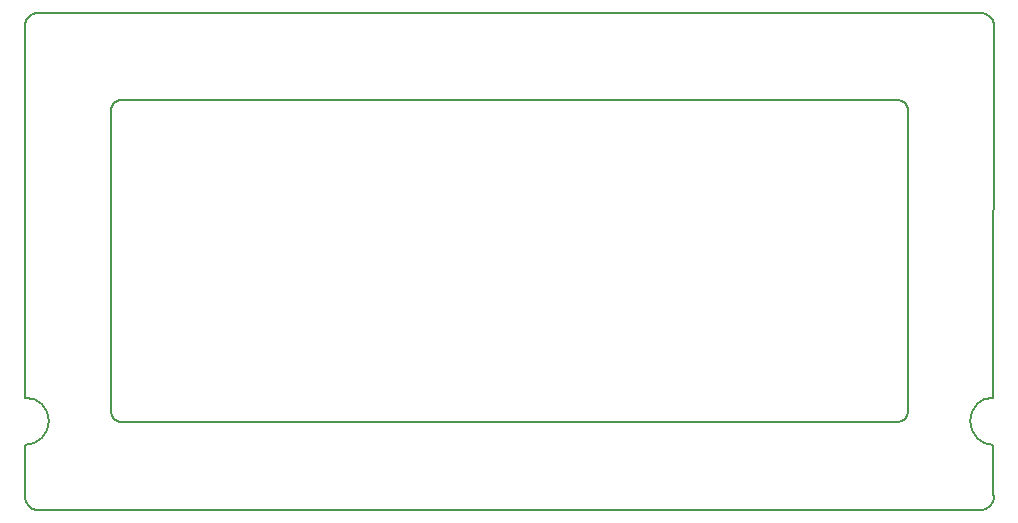
<source format=gbr>
G04 #@! TF.GenerationSoftware,KiCad,Pcbnew,5.0.2-bee76a0~70~ubuntu18.04.1*
G04 #@! TF.CreationDate,2020-04-30T09:21:28+02:00*
G04 #@! TF.ProjectId,OpenFrame,4f70656e-4672-4616-9d65-2e6b69636164,rev?*
G04 #@! TF.SameCoordinates,Original*
G04 #@! TF.FileFunction,Profile,NP*
%FSLAX46Y46*%
G04 Gerber Fmt 4.6, Leading zero omitted, Abs format (unit mm)*
G04 Created by KiCad (PCBNEW 5.0.2-bee76a0~70~ubuntu18.04.1) date Do 30 Apr 2020 09:21:28 CEST*
%MOMM*%
%LPD*%
G01*
G04 APERTURE LIST*
%ADD10C,0.150000*%
G04 APERTURE END LIST*
D10*
X65040396Y-87448080D02*
X64651599Y-87369680D01*
X65040562Y-87448080D02*
X65040396Y-87448080D01*
X64041996Y-84692600D02*
X64041996Y-83315950D01*
X64041996Y-86069270D02*
X64041996Y-84692600D01*
X145953219Y-86838460D02*
X145739139Y-87155790D01*
X71793204Y-52827790D02*
X72104595Y-52764890D01*
X64120497Y-46025610D02*
X64334581Y-45708270D01*
X64041997Y-46414320D02*
X64120497Y-46025610D01*
X64041997Y-77953490D02*
X64041997Y-46414320D01*
X144044949Y-79946120D02*
X144199889Y-80717030D01*
X144199989Y-79174930D02*
X144044949Y-79946120D01*
X144622659Y-78543700D02*
X144199989Y-79174930D01*
X145250229Y-78115640D02*
X144622659Y-78543700D01*
X146020039Y-77953980D02*
X145250229Y-78115640D01*
X146032039Y-46414300D02*
X146020039Y-77953980D01*
X145953539Y-46025590D02*
X146032039Y-46414300D01*
X145739459Y-45708250D02*
X145953539Y-46025590D01*
X145421959Y-45494340D02*
X145739459Y-45708250D01*
X138705819Y-79532680D02*
X138534369Y-79786970D01*
X71304603Y-61875530D02*
X71304603Y-59650530D01*
X74504601Y-80021600D02*
X73304600Y-80021600D01*
X64334085Y-87155770D02*
X64120001Y-86838430D01*
X64651599Y-87369680D02*
X64334085Y-87155770D01*
X64815902Y-78111660D02*
X64041997Y-77953490D01*
X65447563Y-78539050D02*
X64815902Y-78111660D01*
X65873308Y-79171820D02*
X65447563Y-78539050D01*
X138534369Y-79786970D02*
X138280089Y-79958420D01*
X71304603Y-73134530D02*
X71304603Y-61875530D01*
X138768719Y-79221280D02*
X138705819Y-79532680D01*
X71367473Y-53253530D02*
X71538918Y-52999240D01*
X138768719Y-76996280D02*
X138768719Y-79221280D01*
X71304603Y-79221560D02*
X71304603Y-75359530D01*
X138768719Y-53558920D02*
X138768719Y-57387960D01*
X137968689Y-52758890D02*
X138280089Y-52821790D01*
X64041501Y-86449720D02*
X64041996Y-86069270D01*
X64120001Y-86838430D02*
X64041501Y-86449720D01*
X65447746Y-81353550D02*
X65873458Y-80720610D01*
X64816028Y-81781060D02*
X65447746Y-81353550D01*
X71367473Y-79532970D02*
X71304603Y-79221560D01*
X72104595Y-52764890D02*
X74504600Y-52764890D01*
X137968689Y-80021320D02*
X136768699Y-80021320D01*
X138768719Y-61250070D02*
X138768719Y-63475070D01*
X146016639Y-86068990D02*
X146031719Y-86449740D01*
X146017429Y-84692070D02*
X146016639Y-86068990D01*
X146018219Y-83315160D02*
X146017429Y-84692070D01*
X146019019Y-81938250D02*
X146018219Y-83315160D01*
X145249539Y-81776290D02*
X146019019Y-81938250D01*
X144622289Y-81348160D02*
X145249539Y-81776290D01*
X144199889Y-80717030D02*
X144622289Y-81348160D01*
X138705819Y-53247530D02*
X138768719Y-53558920D01*
X145033149Y-45415940D02*
X145421959Y-45494340D01*
X103767003Y-45415943D02*
X145033149Y-45415940D01*
X65040892Y-45415960D02*
X103767003Y-45415943D01*
X64652095Y-45494360D02*
X65040892Y-45415960D01*
X64334581Y-45708270D02*
X64652095Y-45494360D01*
X135568689Y-52758890D02*
X136768699Y-52758890D01*
X136768699Y-52758890D02*
X137968689Y-52758890D01*
X74504600Y-52764890D02*
X135568689Y-52758890D01*
X138768719Y-57387960D02*
X138768719Y-61250070D01*
X138534369Y-52993240D02*
X138705819Y-53247530D01*
X138768719Y-74771290D02*
X138768719Y-76996280D01*
X71538918Y-52999240D02*
X71793204Y-52827790D01*
X136768699Y-80021320D02*
X74504601Y-80021600D01*
X146031719Y-86449740D02*
X145953219Y-86838460D01*
X138768719Y-72509080D02*
X138768719Y-74771290D01*
X71304603Y-53564920D02*
X71367473Y-53253530D01*
X71793206Y-79958700D02*
X71538920Y-79787250D01*
X64041996Y-81939280D02*
X64816028Y-81781060D01*
X64041996Y-83315950D02*
X64041996Y-81939280D01*
X72104597Y-80021600D02*
X71793206Y-79958700D01*
X71304603Y-59650530D02*
X71304603Y-55789920D01*
X71304603Y-55789920D02*
X71304603Y-53564920D01*
X145421649Y-87369700D02*
X145032829Y-87448100D01*
X145739139Y-87155790D02*
X145421649Y-87369700D01*
X138280089Y-52821790D02*
X138534369Y-52993240D01*
X71538920Y-79787250D02*
X71367473Y-79532970D01*
X138280089Y-79958420D02*
X137968689Y-80021320D01*
X66029467Y-79946130D02*
X65873308Y-79171820D01*
X65873458Y-80720610D02*
X66029467Y-79946130D01*
X71304603Y-75359530D02*
X71304603Y-73134530D01*
X138768719Y-63475070D02*
X138768719Y-72509080D01*
X103766679Y-87448098D02*
X65040562Y-87448080D01*
X145032829Y-87448100D02*
X103766679Y-87448098D01*
X73304600Y-80021600D02*
X72104597Y-80021600D01*
M02*

</source>
